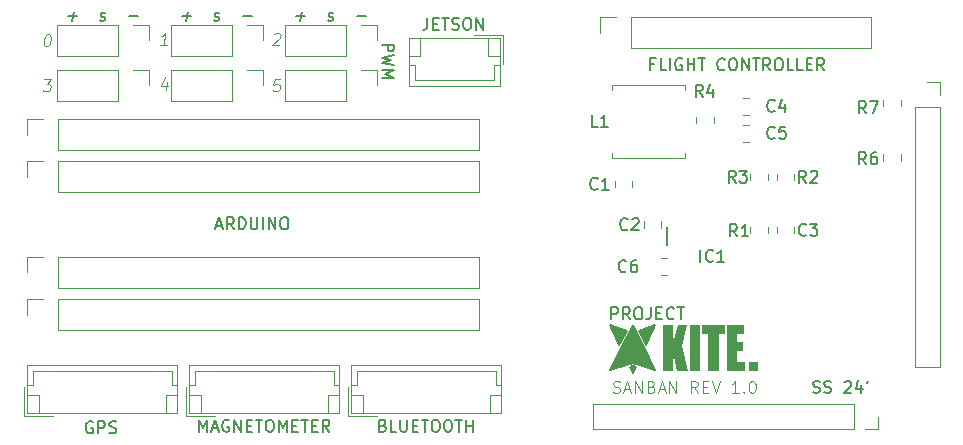
<source format=gbr>
%TF.GenerationSoftware,KiCad,Pcbnew,7.0.10*%
%TF.CreationDate,2024-02-12T04:38:07-05:00*%
%TF.ProjectId,SanBan,53616e42-616e-42e6-9b69-6361645f7063,rev?*%
%TF.SameCoordinates,Original*%
%TF.FileFunction,Legend,Top*%
%TF.FilePolarity,Positive*%
%FSLAX46Y46*%
G04 Gerber Fmt 4.6, Leading zero omitted, Abs format (unit mm)*
G04 Created by KiCad (PCBNEW 7.0.10) date 2024-02-12 04:38:07*
%MOMM*%
%LPD*%
G01*
G04 APERTURE LIST*
%ADD10C,0.150000*%
%ADD11C,0.200000*%
%ADD12C,0.125000*%
%ADD13C,0.120000*%
G04 APERTURE END LIST*
D10*
X178519160Y-96109200D02*
X178662017Y-96156819D01*
X178662017Y-96156819D02*
X178900112Y-96156819D01*
X178900112Y-96156819D02*
X178995350Y-96109200D01*
X178995350Y-96109200D02*
X179042969Y-96061580D01*
X179042969Y-96061580D02*
X179090588Y-95966342D01*
X179090588Y-95966342D02*
X179090588Y-95871104D01*
X179090588Y-95871104D02*
X179042969Y-95775866D01*
X179042969Y-95775866D02*
X178995350Y-95728247D01*
X178995350Y-95728247D02*
X178900112Y-95680628D01*
X178900112Y-95680628D02*
X178709636Y-95633009D01*
X178709636Y-95633009D02*
X178614398Y-95585390D01*
X178614398Y-95585390D02*
X178566779Y-95537771D01*
X178566779Y-95537771D02*
X178519160Y-95442533D01*
X178519160Y-95442533D02*
X178519160Y-95347295D01*
X178519160Y-95347295D02*
X178566779Y-95252057D01*
X178566779Y-95252057D02*
X178614398Y-95204438D01*
X178614398Y-95204438D02*
X178709636Y-95156819D01*
X178709636Y-95156819D02*
X178947731Y-95156819D01*
X178947731Y-95156819D02*
X179090588Y-95204438D01*
X179471541Y-96109200D02*
X179614398Y-96156819D01*
X179614398Y-96156819D02*
X179852493Y-96156819D01*
X179852493Y-96156819D02*
X179947731Y-96109200D01*
X179947731Y-96109200D02*
X179995350Y-96061580D01*
X179995350Y-96061580D02*
X180042969Y-95966342D01*
X180042969Y-95966342D02*
X180042969Y-95871104D01*
X180042969Y-95871104D02*
X179995350Y-95775866D01*
X179995350Y-95775866D02*
X179947731Y-95728247D01*
X179947731Y-95728247D02*
X179852493Y-95680628D01*
X179852493Y-95680628D02*
X179662017Y-95633009D01*
X179662017Y-95633009D02*
X179566779Y-95585390D01*
X179566779Y-95585390D02*
X179519160Y-95537771D01*
X179519160Y-95537771D02*
X179471541Y-95442533D01*
X179471541Y-95442533D02*
X179471541Y-95347295D01*
X179471541Y-95347295D02*
X179519160Y-95252057D01*
X179519160Y-95252057D02*
X179566779Y-95204438D01*
X179566779Y-95204438D02*
X179662017Y-95156819D01*
X179662017Y-95156819D02*
X179900112Y-95156819D01*
X179900112Y-95156819D02*
X180042969Y-95204438D01*
X181185827Y-95252057D02*
X181233446Y-95204438D01*
X181233446Y-95204438D02*
X181328684Y-95156819D01*
X181328684Y-95156819D02*
X181566779Y-95156819D01*
X181566779Y-95156819D02*
X181662017Y-95204438D01*
X181662017Y-95204438D02*
X181709636Y-95252057D01*
X181709636Y-95252057D02*
X181757255Y-95347295D01*
X181757255Y-95347295D02*
X181757255Y-95442533D01*
X181757255Y-95442533D02*
X181709636Y-95585390D01*
X181709636Y-95585390D02*
X181138208Y-96156819D01*
X181138208Y-96156819D02*
X181757255Y-96156819D01*
X182614398Y-95490152D02*
X182614398Y-96156819D01*
X182376303Y-95109200D02*
X182138208Y-95823485D01*
X182138208Y-95823485D02*
X182757255Y-95823485D01*
X183185827Y-95156819D02*
X183090589Y-95347295D01*
X134793445Y-64279866D02*
X135555350Y-64279866D01*
X135126779Y-64660819D02*
X135222017Y-63898914D01*
X137466065Y-64613200D02*
X137555350Y-64660819D01*
X137555350Y-64660819D02*
X137745827Y-64660819D01*
X137745827Y-64660819D02*
X137847017Y-64613200D01*
X137847017Y-64613200D02*
X137906541Y-64517961D01*
X137906541Y-64517961D02*
X137912493Y-64470342D01*
X137912493Y-64470342D02*
X137876779Y-64375104D01*
X137876779Y-64375104D02*
X137787493Y-64327485D01*
X137787493Y-64327485D02*
X137644636Y-64327485D01*
X137644636Y-64327485D02*
X137555350Y-64279866D01*
X137555350Y-64279866D02*
X137519636Y-64184628D01*
X137519636Y-64184628D02*
X137525589Y-64137009D01*
X137525589Y-64137009D02*
X137585112Y-64041771D01*
X137585112Y-64041771D02*
X137686303Y-63994152D01*
X137686303Y-63994152D02*
X137829160Y-63994152D01*
X137829160Y-63994152D02*
X137918446Y-64041771D01*
X139888684Y-64279866D02*
X140650589Y-64279866D01*
X125141445Y-64279866D02*
X125903350Y-64279866D01*
X125474779Y-64660819D02*
X125570017Y-63898914D01*
X127814065Y-64613200D02*
X127903350Y-64660819D01*
X127903350Y-64660819D02*
X128093827Y-64660819D01*
X128093827Y-64660819D02*
X128195017Y-64613200D01*
X128195017Y-64613200D02*
X128254541Y-64517961D01*
X128254541Y-64517961D02*
X128260493Y-64470342D01*
X128260493Y-64470342D02*
X128224779Y-64375104D01*
X128224779Y-64375104D02*
X128135493Y-64327485D01*
X128135493Y-64327485D02*
X127992636Y-64327485D01*
X127992636Y-64327485D02*
X127903350Y-64279866D01*
X127903350Y-64279866D02*
X127867636Y-64184628D01*
X127867636Y-64184628D02*
X127873589Y-64137009D01*
X127873589Y-64137009D02*
X127933112Y-64041771D01*
X127933112Y-64041771D02*
X128034303Y-63994152D01*
X128034303Y-63994152D02*
X128177160Y-63994152D01*
X128177160Y-63994152D02*
X128266446Y-64041771D01*
X130236684Y-64279866D02*
X130998589Y-64279866D01*
X115489445Y-64279866D02*
X116251350Y-64279866D01*
X115822779Y-64660819D02*
X115918017Y-63898914D01*
X118162065Y-64613200D02*
X118251350Y-64660819D01*
X118251350Y-64660819D02*
X118441827Y-64660819D01*
X118441827Y-64660819D02*
X118543017Y-64613200D01*
X118543017Y-64613200D02*
X118602541Y-64517961D01*
X118602541Y-64517961D02*
X118608493Y-64470342D01*
X118608493Y-64470342D02*
X118572779Y-64375104D01*
X118572779Y-64375104D02*
X118483493Y-64327485D01*
X118483493Y-64327485D02*
X118340636Y-64327485D01*
X118340636Y-64327485D02*
X118251350Y-64279866D01*
X118251350Y-64279866D02*
X118215636Y-64184628D01*
X118215636Y-64184628D02*
X118221589Y-64137009D01*
X118221589Y-64137009D02*
X118281112Y-64041771D01*
X118281112Y-64041771D02*
X118382303Y-63994152D01*
X118382303Y-63994152D02*
X118525160Y-63994152D01*
X118525160Y-63994152D02*
X118614446Y-64041771D01*
X120584684Y-64279866D02*
X121346589Y-64279866D01*
G36*
X173842801Y-93529055D02*
G01*
X173842801Y-94295001D01*
X173109339Y-94295001D01*
X173109339Y-93529055D01*
X173842801Y-93529055D01*
G37*
X164387000Y-92096000D02*
X163752000Y-90953000D01*
X165149000Y-90445000D01*
X164387000Y-92096000D01*
G36*
X164387000Y-92096000D02*
G01*
X163752000Y-90953000D01*
X165149000Y-90445000D01*
X164387000Y-92096000D01*
G37*
X163498000Y-94001000D02*
X163244000Y-94509000D01*
X162990000Y-94001000D01*
X163244000Y-93874000D01*
X163498000Y-94001000D01*
G36*
X163498000Y-94001000D02*
G01*
X163244000Y-94509000D01*
X162990000Y-94001000D01*
X163244000Y-93874000D01*
X163498000Y-94001000D01*
G37*
X162736000Y-90953000D02*
X162101000Y-92096000D01*
X161339000Y-90445000D01*
X162736000Y-90953000D01*
G36*
X162736000Y-90953000D02*
G01*
X162101000Y-92096000D01*
X161339000Y-90445000D01*
X162736000Y-90953000D01*
G37*
X165149000Y-94255000D02*
X163244000Y-93620000D01*
X161339000Y-94255000D01*
X163244000Y-90445000D01*
X165149000Y-94255000D01*
G36*
X165149000Y-94255000D02*
G01*
X163244000Y-93620000D01*
X161339000Y-94255000D01*
X163244000Y-90445000D01*
X165149000Y-94255000D01*
G37*
G36*
X167896951Y-90410562D02*
G01*
X167400161Y-92164714D01*
X167944578Y-94295001D01*
X167047718Y-94295001D01*
X166697474Y-92629753D01*
X166697474Y-94295001D01*
X165829923Y-94295001D01*
X165829923Y-90410562D01*
X166697474Y-90410562D01*
X166697474Y-91919372D01*
X167082889Y-90410562D01*
X167896951Y-90410562D01*
G37*
G36*
X168951347Y-90410562D02*
G01*
X168951347Y-94295001D01*
X168083796Y-94295001D01*
X168083796Y-90410562D01*
X168951347Y-90410562D01*
G37*
G36*
X171038891Y-90410562D02*
G01*
X171038891Y-91176508D01*
X170523782Y-91176508D01*
X170523782Y-94295001D01*
X169656232Y-94295001D01*
X169656232Y-91176508D01*
X169143322Y-91176508D01*
X169143322Y-90410562D01*
X171038891Y-90410562D01*
G37*
G36*
X171225736Y-90410562D02*
G01*
X172672875Y-90410562D01*
X172672875Y-91176508D01*
X172093287Y-91176508D01*
X172093287Y-91887743D01*
X172635506Y-91887743D01*
X172635506Y-92653689D01*
X172093287Y-92653689D01*
X172093287Y-93529055D01*
X172730028Y-93529055D01*
X172730028Y-94295001D01*
X171225736Y-94295001D01*
X171225736Y-90410562D01*
G37*
D11*
X161454673Y-89931219D02*
X161454673Y-88931219D01*
X161454673Y-88931219D02*
X161835625Y-88931219D01*
X161835625Y-88931219D02*
X161930863Y-88978838D01*
X161930863Y-88978838D02*
X161978482Y-89026457D01*
X161978482Y-89026457D02*
X162026101Y-89121695D01*
X162026101Y-89121695D02*
X162026101Y-89264552D01*
X162026101Y-89264552D02*
X161978482Y-89359790D01*
X161978482Y-89359790D02*
X161930863Y-89407409D01*
X161930863Y-89407409D02*
X161835625Y-89455028D01*
X161835625Y-89455028D02*
X161454673Y-89455028D01*
X163026101Y-89931219D02*
X162692768Y-89455028D01*
X162454673Y-89931219D02*
X162454673Y-88931219D01*
X162454673Y-88931219D02*
X162835625Y-88931219D01*
X162835625Y-88931219D02*
X162930863Y-88978838D01*
X162930863Y-88978838D02*
X162978482Y-89026457D01*
X162978482Y-89026457D02*
X163026101Y-89121695D01*
X163026101Y-89121695D02*
X163026101Y-89264552D01*
X163026101Y-89264552D02*
X162978482Y-89359790D01*
X162978482Y-89359790D02*
X162930863Y-89407409D01*
X162930863Y-89407409D02*
X162835625Y-89455028D01*
X162835625Y-89455028D02*
X162454673Y-89455028D01*
X163645149Y-88931219D02*
X163835625Y-88931219D01*
X163835625Y-88931219D02*
X163930863Y-88978838D01*
X163930863Y-88978838D02*
X164026101Y-89074076D01*
X164026101Y-89074076D02*
X164073720Y-89264552D01*
X164073720Y-89264552D02*
X164073720Y-89597885D01*
X164073720Y-89597885D02*
X164026101Y-89788361D01*
X164026101Y-89788361D02*
X163930863Y-89883600D01*
X163930863Y-89883600D02*
X163835625Y-89931219D01*
X163835625Y-89931219D02*
X163645149Y-89931219D01*
X163645149Y-89931219D02*
X163549911Y-89883600D01*
X163549911Y-89883600D02*
X163454673Y-89788361D01*
X163454673Y-89788361D02*
X163407054Y-89597885D01*
X163407054Y-89597885D02*
X163407054Y-89264552D01*
X163407054Y-89264552D02*
X163454673Y-89074076D01*
X163454673Y-89074076D02*
X163549911Y-88978838D01*
X163549911Y-88978838D02*
X163645149Y-88931219D01*
X164788006Y-88931219D02*
X164788006Y-89645504D01*
X164788006Y-89645504D02*
X164740387Y-89788361D01*
X164740387Y-89788361D02*
X164645149Y-89883600D01*
X164645149Y-89883600D02*
X164502292Y-89931219D01*
X164502292Y-89931219D02*
X164407054Y-89931219D01*
X165264197Y-89407409D02*
X165597530Y-89407409D01*
X165740387Y-89931219D02*
X165264197Y-89931219D01*
X165264197Y-89931219D02*
X165264197Y-88931219D01*
X165264197Y-88931219D02*
X165740387Y-88931219D01*
X166740387Y-89835980D02*
X166692768Y-89883600D01*
X166692768Y-89883600D02*
X166549911Y-89931219D01*
X166549911Y-89931219D02*
X166454673Y-89931219D01*
X166454673Y-89931219D02*
X166311816Y-89883600D01*
X166311816Y-89883600D02*
X166216578Y-89788361D01*
X166216578Y-89788361D02*
X166168959Y-89693123D01*
X166168959Y-89693123D02*
X166121340Y-89502647D01*
X166121340Y-89502647D02*
X166121340Y-89359790D01*
X166121340Y-89359790D02*
X166168959Y-89169314D01*
X166168959Y-89169314D02*
X166216578Y-89074076D01*
X166216578Y-89074076D02*
X166311816Y-88978838D01*
X166311816Y-88978838D02*
X166454673Y-88931219D01*
X166454673Y-88931219D02*
X166549911Y-88931219D01*
X166549911Y-88931219D02*
X166692768Y-88978838D01*
X166692768Y-88978838D02*
X166740387Y-89026457D01*
X167026102Y-88931219D02*
X167597530Y-88931219D01*
X167311816Y-89931219D02*
X167311816Y-88931219D01*
D12*
X161611712Y-96110500D02*
X161754569Y-96158119D01*
X161754569Y-96158119D02*
X161992664Y-96158119D01*
X161992664Y-96158119D02*
X162087902Y-96110500D01*
X162087902Y-96110500D02*
X162135521Y-96062880D01*
X162135521Y-96062880D02*
X162183140Y-95967642D01*
X162183140Y-95967642D02*
X162183140Y-95872404D01*
X162183140Y-95872404D02*
X162135521Y-95777166D01*
X162135521Y-95777166D02*
X162087902Y-95729547D01*
X162087902Y-95729547D02*
X161992664Y-95681928D01*
X161992664Y-95681928D02*
X161802188Y-95634309D01*
X161802188Y-95634309D02*
X161706950Y-95586690D01*
X161706950Y-95586690D02*
X161659331Y-95539071D01*
X161659331Y-95539071D02*
X161611712Y-95443833D01*
X161611712Y-95443833D02*
X161611712Y-95348595D01*
X161611712Y-95348595D02*
X161659331Y-95253357D01*
X161659331Y-95253357D02*
X161706950Y-95205738D01*
X161706950Y-95205738D02*
X161802188Y-95158119D01*
X161802188Y-95158119D02*
X162040283Y-95158119D01*
X162040283Y-95158119D02*
X162183140Y-95205738D01*
X162564093Y-95872404D02*
X163040283Y-95872404D01*
X162468855Y-96158119D02*
X162802188Y-95158119D01*
X162802188Y-95158119D02*
X163135521Y-96158119D01*
X163468855Y-96158119D02*
X163468855Y-95158119D01*
X163468855Y-95158119D02*
X164040283Y-96158119D01*
X164040283Y-96158119D02*
X164040283Y-95158119D01*
X164849807Y-95634309D02*
X164992664Y-95681928D01*
X164992664Y-95681928D02*
X165040283Y-95729547D01*
X165040283Y-95729547D02*
X165087902Y-95824785D01*
X165087902Y-95824785D02*
X165087902Y-95967642D01*
X165087902Y-95967642D02*
X165040283Y-96062880D01*
X165040283Y-96062880D02*
X164992664Y-96110500D01*
X164992664Y-96110500D02*
X164897426Y-96158119D01*
X164897426Y-96158119D02*
X164516474Y-96158119D01*
X164516474Y-96158119D02*
X164516474Y-95158119D01*
X164516474Y-95158119D02*
X164849807Y-95158119D01*
X164849807Y-95158119D02*
X164945045Y-95205738D01*
X164945045Y-95205738D02*
X164992664Y-95253357D01*
X164992664Y-95253357D02*
X165040283Y-95348595D01*
X165040283Y-95348595D02*
X165040283Y-95443833D01*
X165040283Y-95443833D02*
X164992664Y-95539071D01*
X164992664Y-95539071D02*
X164945045Y-95586690D01*
X164945045Y-95586690D02*
X164849807Y-95634309D01*
X164849807Y-95634309D02*
X164516474Y-95634309D01*
X165468855Y-95872404D02*
X165945045Y-95872404D01*
X165373617Y-96158119D02*
X165706950Y-95158119D01*
X165706950Y-95158119D02*
X166040283Y-96158119D01*
X166373617Y-96158119D02*
X166373617Y-95158119D01*
X166373617Y-95158119D02*
X166945045Y-96158119D01*
X166945045Y-96158119D02*
X166945045Y-95158119D01*
X168754569Y-96158119D02*
X168421236Y-95681928D01*
X168183141Y-96158119D02*
X168183141Y-95158119D01*
X168183141Y-95158119D02*
X168564093Y-95158119D01*
X168564093Y-95158119D02*
X168659331Y-95205738D01*
X168659331Y-95205738D02*
X168706950Y-95253357D01*
X168706950Y-95253357D02*
X168754569Y-95348595D01*
X168754569Y-95348595D02*
X168754569Y-95491452D01*
X168754569Y-95491452D02*
X168706950Y-95586690D01*
X168706950Y-95586690D02*
X168659331Y-95634309D01*
X168659331Y-95634309D02*
X168564093Y-95681928D01*
X168564093Y-95681928D02*
X168183141Y-95681928D01*
X169183141Y-95634309D02*
X169516474Y-95634309D01*
X169659331Y-96158119D02*
X169183141Y-96158119D01*
X169183141Y-96158119D02*
X169183141Y-95158119D01*
X169183141Y-95158119D02*
X169659331Y-95158119D01*
X169945046Y-95158119D02*
X170278379Y-96158119D01*
X170278379Y-96158119D02*
X170611712Y-95158119D01*
X172230760Y-96158119D02*
X171659332Y-96158119D01*
X171945046Y-96158119D02*
X171945046Y-95158119D01*
X171945046Y-95158119D02*
X171849808Y-95300976D01*
X171849808Y-95300976D02*
X171754570Y-95396214D01*
X171754570Y-95396214D02*
X171659332Y-95443833D01*
X172659332Y-96062880D02*
X172706951Y-96110500D01*
X172706951Y-96110500D02*
X172659332Y-96158119D01*
X172659332Y-96158119D02*
X172611713Y-96110500D01*
X172611713Y-96110500D02*
X172659332Y-96062880D01*
X172659332Y-96062880D02*
X172659332Y-96158119D01*
X173325998Y-95158119D02*
X173421236Y-95158119D01*
X173421236Y-95158119D02*
X173516474Y-95205738D01*
X173516474Y-95205738D02*
X173564093Y-95253357D01*
X173564093Y-95253357D02*
X173611712Y-95348595D01*
X173611712Y-95348595D02*
X173659331Y-95539071D01*
X173659331Y-95539071D02*
X173659331Y-95777166D01*
X173659331Y-95777166D02*
X173611712Y-95967642D01*
X173611712Y-95967642D02*
X173564093Y-96062880D01*
X173564093Y-96062880D02*
X173516474Y-96110500D01*
X173516474Y-96110500D02*
X173421236Y-96158119D01*
X173421236Y-96158119D02*
X173325998Y-96158119D01*
X173325998Y-96158119D02*
X173230760Y-96110500D01*
X173230760Y-96110500D02*
X173183141Y-96062880D01*
X173183141Y-96062880D02*
X173135522Y-95967642D01*
X173135522Y-95967642D02*
X173087903Y-95777166D01*
X173087903Y-95777166D02*
X173087903Y-95539071D01*
X173087903Y-95539071D02*
X173135522Y-95348595D01*
X173135522Y-95348595D02*
X173183141Y-95253357D01*
X173183141Y-95253357D02*
X173230760Y-95205738D01*
X173230760Y-95205738D02*
X173325998Y-95158119D01*
D11*
X165090006Y-68325409D02*
X164756673Y-68325409D01*
X164756673Y-68849219D02*
X164756673Y-67849219D01*
X164756673Y-67849219D02*
X165232863Y-67849219D01*
X166090006Y-68849219D02*
X165613816Y-68849219D01*
X165613816Y-68849219D02*
X165613816Y-67849219D01*
X166423340Y-68849219D02*
X166423340Y-67849219D01*
X167423339Y-67896838D02*
X167328101Y-67849219D01*
X167328101Y-67849219D02*
X167185244Y-67849219D01*
X167185244Y-67849219D02*
X167042387Y-67896838D01*
X167042387Y-67896838D02*
X166947149Y-67992076D01*
X166947149Y-67992076D02*
X166899530Y-68087314D01*
X166899530Y-68087314D02*
X166851911Y-68277790D01*
X166851911Y-68277790D02*
X166851911Y-68420647D01*
X166851911Y-68420647D02*
X166899530Y-68611123D01*
X166899530Y-68611123D02*
X166947149Y-68706361D01*
X166947149Y-68706361D02*
X167042387Y-68801600D01*
X167042387Y-68801600D02*
X167185244Y-68849219D01*
X167185244Y-68849219D02*
X167280482Y-68849219D01*
X167280482Y-68849219D02*
X167423339Y-68801600D01*
X167423339Y-68801600D02*
X167470958Y-68753980D01*
X167470958Y-68753980D02*
X167470958Y-68420647D01*
X167470958Y-68420647D02*
X167280482Y-68420647D01*
X167899530Y-68849219D02*
X167899530Y-67849219D01*
X167899530Y-68325409D02*
X168470958Y-68325409D01*
X168470958Y-68849219D02*
X168470958Y-67849219D01*
X168804292Y-67849219D02*
X169375720Y-67849219D01*
X169090006Y-68849219D02*
X169090006Y-67849219D01*
X171042387Y-68753980D02*
X170994768Y-68801600D01*
X170994768Y-68801600D02*
X170851911Y-68849219D01*
X170851911Y-68849219D02*
X170756673Y-68849219D01*
X170756673Y-68849219D02*
X170613816Y-68801600D01*
X170613816Y-68801600D02*
X170518578Y-68706361D01*
X170518578Y-68706361D02*
X170470959Y-68611123D01*
X170470959Y-68611123D02*
X170423340Y-68420647D01*
X170423340Y-68420647D02*
X170423340Y-68277790D01*
X170423340Y-68277790D02*
X170470959Y-68087314D01*
X170470959Y-68087314D02*
X170518578Y-67992076D01*
X170518578Y-67992076D02*
X170613816Y-67896838D01*
X170613816Y-67896838D02*
X170756673Y-67849219D01*
X170756673Y-67849219D02*
X170851911Y-67849219D01*
X170851911Y-67849219D02*
X170994768Y-67896838D01*
X170994768Y-67896838D02*
X171042387Y-67944457D01*
X171661435Y-67849219D02*
X171851911Y-67849219D01*
X171851911Y-67849219D02*
X171947149Y-67896838D01*
X171947149Y-67896838D02*
X172042387Y-67992076D01*
X172042387Y-67992076D02*
X172090006Y-68182552D01*
X172090006Y-68182552D02*
X172090006Y-68515885D01*
X172090006Y-68515885D02*
X172042387Y-68706361D01*
X172042387Y-68706361D02*
X171947149Y-68801600D01*
X171947149Y-68801600D02*
X171851911Y-68849219D01*
X171851911Y-68849219D02*
X171661435Y-68849219D01*
X171661435Y-68849219D02*
X171566197Y-68801600D01*
X171566197Y-68801600D02*
X171470959Y-68706361D01*
X171470959Y-68706361D02*
X171423340Y-68515885D01*
X171423340Y-68515885D02*
X171423340Y-68182552D01*
X171423340Y-68182552D02*
X171470959Y-67992076D01*
X171470959Y-67992076D02*
X171566197Y-67896838D01*
X171566197Y-67896838D02*
X171661435Y-67849219D01*
X172518578Y-68849219D02*
X172518578Y-67849219D01*
X172518578Y-67849219D02*
X173090006Y-68849219D01*
X173090006Y-68849219D02*
X173090006Y-67849219D01*
X173423340Y-67849219D02*
X173994768Y-67849219D01*
X173709054Y-68849219D02*
X173709054Y-67849219D01*
X174899530Y-68849219D02*
X174566197Y-68373028D01*
X174328102Y-68849219D02*
X174328102Y-67849219D01*
X174328102Y-67849219D02*
X174709054Y-67849219D01*
X174709054Y-67849219D02*
X174804292Y-67896838D01*
X174804292Y-67896838D02*
X174851911Y-67944457D01*
X174851911Y-67944457D02*
X174899530Y-68039695D01*
X174899530Y-68039695D02*
X174899530Y-68182552D01*
X174899530Y-68182552D02*
X174851911Y-68277790D01*
X174851911Y-68277790D02*
X174804292Y-68325409D01*
X174804292Y-68325409D02*
X174709054Y-68373028D01*
X174709054Y-68373028D02*
X174328102Y-68373028D01*
X175518578Y-67849219D02*
X175709054Y-67849219D01*
X175709054Y-67849219D02*
X175804292Y-67896838D01*
X175804292Y-67896838D02*
X175899530Y-67992076D01*
X175899530Y-67992076D02*
X175947149Y-68182552D01*
X175947149Y-68182552D02*
X175947149Y-68515885D01*
X175947149Y-68515885D02*
X175899530Y-68706361D01*
X175899530Y-68706361D02*
X175804292Y-68801600D01*
X175804292Y-68801600D02*
X175709054Y-68849219D01*
X175709054Y-68849219D02*
X175518578Y-68849219D01*
X175518578Y-68849219D02*
X175423340Y-68801600D01*
X175423340Y-68801600D02*
X175328102Y-68706361D01*
X175328102Y-68706361D02*
X175280483Y-68515885D01*
X175280483Y-68515885D02*
X175280483Y-68182552D01*
X175280483Y-68182552D02*
X175328102Y-67992076D01*
X175328102Y-67992076D02*
X175423340Y-67896838D01*
X175423340Y-67896838D02*
X175518578Y-67849219D01*
X176851911Y-68849219D02*
X176375721Y-68849219D01*
X176375721Y-68849219D02*
X176375721Y-67849219D01*
X177661435Y-68849219D02*
X177185245Y-68849219D01*
X177185245Y-68849219D02*
X177185245Y-67849219D01*
X177994769Y-68325409D02*
X178328102Y-68325409D01*
X178470959Y-68849219D02*
X177994769Y-68849219D01*
X177994769Y-68849219D02*
X177994769Y-67849219D01*
X177994769Y-67849219D02*
X178470959Y-67849219D01*
X179470959Y-68849219D02*
X179137626Y-68373028D01*
X178899531Y-68849219D02*
X178899531Y-67849219D01*
X178899531Y-67849219D02*
X179280483Y-67849219D01*
X179280483Y-67849219D02*
X179375721Y-67896838D01*
X179375721Y-67896838D02*
X179423340Y-67944457D01*
X179423340Y-67944457D02*
X179470959Y-68039695D01*
X179470959Y-68039695D02*
X179470959Y-68182552D01*
X179470959Y-68182552D02*
X179423340Y-68277790D01*
X179423340Y-68277790D02*
X179375721Y-68325409D01*
X179375721Y-68325409D02*
X179280483Y-68373028D01*
X179280483Y-68373028D02*
X178899531Y-68373028D01*
X128006054Y-82025504D02*
X128482244Y-82025504D01*
X127910816Y-82311219D02*
X128244149Y-81311219D01*
X128244149Y-81311219D02*
X128577482Y-82311219D01*
X129482244Y-82311219D02*
X129148911Y-81835028D01*
X128910816Y-82311219D02*
X128910816Y-81311219D01*
X128910816Y-81311219D02*
X129291768Y-81311219D01*
X129291768Y-81311219D02*
X129387006Y-81358838D01*
X129387006Y-81358838D02*
X129434625Y-81406457D01*
X129434625Y-81406457D02*
X129482244Y-81501695D01*
X129482244Y-81501695D02*
X129482244Y-81644552D01*
X129482244Y-81644552D02*
X129434625Y-81739790D01*
X129434625Y-81739790D02*
X129387006Y-81787409D01*
X129387006Y-81787409D02*
X129291768Y-81835028D01*
X129291768Y-81835028D02*
X128910816Y-81835028D01*
X129910816Y-82311219D02*
X129910816Y-81311219D01*
X129910816Y-81311219D02*
X130148911Y-81311219D01*
X130148911Y-81311219D02*
X130291768Y-81358838D01*
X130291768Y-81358838D02*
X130387006Y-81454076D01*
X130387006Y-81454076D02*
X130434625Y-81549314D01*
X130434625Y-81549314D02*
X130482244Y-81739790D01*
X130482244Y-81739790D02*
X130482244Y-81882647D01*
X130482244Y-81882647D02*
X130434625Y-82073123D01*
X130434625Y-82073123D02*
X130387006Y-82168361D01*
X130387006Y-82168361D02*
X130291768Y-82263600D01*
X130291768Y-82263600D02*
X130148911Y-82311219D01*
X130148911Y-82311219D02*
X129910816Y-82311219D01*
X130910816Y-81311219D02*
X130910816Y-82120742D01*
X130910816Y-82120742D02*
X130958435Y-82215980D01*
X130958435Y-82215980D02*
X131006054Y-82263600D01*
X131006054Y-82263600D02*
X131101292Y-82311219D01*
X131101292Y-82311219D02*
X131291768Y-82311219D01*
X131291768Y-82311219D02*
X131387006Y-82263600D01*
X131387006Y-82263600D02*
X131434625Y-82215980D01*
X131434625Y-82215980D02*
X131482244Y-82120742D01*
X131482244Y-82120742D02*
X131482244Y-81311219D01*
X131958435Y-82311219D02*
X131958435Y-81311219D01*
X132434625Y-82311219D02*
X132434625Y-81311219D01*
X132434625Y-81311219D02*
X133006053Y-82311219D01*
X133006053Y-82311219D02*
X133006053Y-81311219D01*
X133672720Y-81311219D02*
X133863196Y-81311219D01*
X133863196Y-81311219D02*
X133958434Y-81358838D01*
X133958434Y-81358838D02*
X134053672Y-81454076D01*
X134053672Y-81454076D02*
X134101291Y-81644552D01*
X134101291Y-81644552D02*
X134101291Y-81977885D01*
X134101291Y-81977885D02*
X134053672Y-82168361D01*
X134053672Y-82168361D02*
X133958434Y-82263600D01*
X133958434Y-82263600D02*
X133863196Y-82311219D01*
X133863196Y-82311219D02*
X133672720Y-82311219D01*
X133672720Y-82311219D02*
X133577482Y-82263600D01*
X133577482Y-82263600D02*
X133482244Y-82168361D01*
X133482244Y-82168361D02*
X133434625Y-81977885D01*
X133434625Y-81977885D02*
X133434625Y-81644552D01*
X133434625Y-81644552D02*
X133482244Y-81454076D01*
X133482244Y-81454076D02*
X133577482Y-81358838D01*
X133577482Y-81358838D02*
X133672720Y-81311219D01*
X142103006Y-98932409D02*
X142245863Y-98980028D01*
X142245863Y-98980028D02*
X142293482Y-99027647D01*
X142293482Y-99027647D02*
X142341101Y-99122885D01*
X142341101Y-99122885D02*
X142341101Y-99265742D01*
X142341101Y-99265742D02*
X142293482Y-99360980D01*
X142293482Y-99360980D02*
X142245863Y-99408600D01*
X142245863Y-99408600D02*
X142150625Y-99456219D01*
X142150625Y-99456219D02*
X141769673Y-99456219D01*
X141769673Y-99456219D02*
X141769673Y-98456219D01*
X141769673Y-98456219D02*
X142103006Y-98456219D01*
X142103006Y-98456219D02*
X142198244Y-98503838D01*
X142198244Y-98503838D02*
X142245863Y-98551457D01*
X142245863Y-98551457D02*
X142293482Y-98646695D01*
X142293482Y-98646695D02*
X142293482Y-98741933D01*
X142293482Y-98741933D02*
X142245863Y-98837171D01*
X142245863Y-98837171D02*
X142198244Y-98884790D01*
X142198244Y-98884790D02*
X142103006Y-98932409D01*
X142103006Y-98932409D02*
X141769673Y-98932409D01*
X143245863Y-99456219D02*
X142769673Y-99456219D01*
X142769673Y-99456219D02*
X142769673Y-98456219D01*
X143579197Y-98456219D02*
X143579197Y-99265742D01*
X143579197Y-99265742D02*
X143626816Y-99360980D01*
X143626816Y-99360980D02*
X143674435Y-99408600D01*
X143674435Y-99408600D02*
X143769673Y-99456219D01*
X143769673Y-99456219D02*
X143960149Y-99456219D01*
X143960149Y-99456219D02*
X144055387Y-99408600D01*
X144055387Y-99408600D02*
X144103006Y-99360980D01*
X144103006Y-99360980D02*
X144150625Y-99265742D01*
X144150625Y-99265742D02*
X144150625Y-98456219D01*
X144626816Y-98932409D02*
X144960149Y-98932409D01*
X145103006Y-99456219D02*
X144626816Y-99456219D01*
X144626816Y-99456219D02*
X144626816Y-98456219D01*
X144626816Y-98456219D02*
X145103006Y-98456219D01*
X145388721Y-98456219D02*
X145960149Y-98456219D01*
X145674435Y-99456219D02*
X145674435Y-98456219D01*
X146483959Y-98456219D02*
X146674435Y-98456219D01*
X146674435Y-98456219D02*
X146769673Y-98503838D01*
X146769673Y-98503838D02*
X146864911Y-98599076D01*
X146864911Y-98599076D02*
X146912530Y-98789552D01*
X146912530Y-98789552D02*
X146912530Y-99122885D01*
X146912530Y-99122885D02*
X146864911Y-99313361D01*
X146864911Y-99313361D02*
X146769673Y-99408600D01*
X146769673Y-99408600D02*
X146674435Y-99456219D01*
X146674435Y-99456219D02*
X146483959Y-99456219D01*
X146483959Y-99456219D02*
X146388721Y-99408600D01*
X146388721Y-99408600D02*
X146293483Y-99313361D01*
X146293483Y-99313361D02*
X146245864Y-99122885D01*
X146245864Y-99122885D02*
X146245864Y-98789552D01*
X146245864Y-98789552D02*
X146293483Y-98599076D01*
X146293483Y-98599076D02*
X146388721Y-98503838D01*
X146388721Y-98503838D02*
X146483959Y-98456219D01*
X147531578Y-98456219D02*
X147722054Y-98456219D01*
X147722054Y-98456219D02*
X147817292Y-98503838D01*
X147817292Y-98503838D02*
X147912530Y-98599076D01*
X147912530Y-98599076D02*
X147960149Y-98789552D01*
X147960149Y-98789552D02*
X147960149Y-99122885D01*
X147960149Y-99122885D02*
X147912530Y-99313361D01*
X147912530Y-99313361D02*
X147817292Y-99408600D01*
X147817292Y-99408600D02*
X147722054Y-99456219D01*
X147722054Y-99456219D02*
X147531578Y-99456219D01*
X147531578Y-99456219D02*
X147436340Y-99408600D01*
X147436340Y-99408600D02*
X147341102Y-99313361D01*
X147341102Y-99313361D02*
X147293483Y-99122885D01*
X147293483Y-99122885D02*
X147293483Y-98789552D01*
X147293483Y-98789552D02*
X147341102Y-98599076D01*
X147341102Y-98599076D02*
X147436340Y-98503838D01*
X147436340Y-98503838D02*
X147531578Y-98456219D01*
X148245864Y-98456219D02*
X148817292Y-98456219D01*
X148531578Y-99456219D02*
X148531578Y-98456219D01*
X149150626Y-99456219D02*
X149150626Y-98456219D01*
X149150626Y-98932409D02*
X149722054Y-98932409D01*
X149722054Y-99456219D02*
X149722054Y-98456219D01*
X126529673Y-99456219D02*
X126529673Y-98456219D01*
X126529673Y-98456219D02*
X126863006Y-99170504D01*
X126863006Y-99170504D02*
X127196339Y-98456219D01*
X127196339Y-98456219D02*
X127196339Y-99456219D01*
X127624911Y-99170504D02*
X128101101Y-99170504D01*
X127529673Y-99456219D02*
X127863006Y-98456219D01*
X127863006Y-98456219D02*
X128196339Y-99456219D01*
X129053482Y-98503838D02*
X128958244Y-98456219D01*
X128958244Y-98456219D02*
X128815387Y-98456219D01*
X128815387Y-98456219D02*
X128672530Y-98503838D01*
X128672530Y-98503838D02*
X128577292Y-98599076D01*
X128577292Y-98599076D02*
X128529673Y-98694314D01*
X128529673Y-98694314D02*
X128482054Y-98884790D01*
X128482054Y-98884790D02*
X128482054Y-99027647D01*
X128482054Y-99027647D02*
X128529673Y-99218123D01*
X128529673Y-99218123D02*
X128577292Y-99313361D01*
X128577292Y-99313361D02*
X128672530Y-99408600D01*
X128672530Y-99408600D02*
X128815387Y-99456219D01*
X128815387Y-99456219D02*
X128910625Y-99456219D01*
X128910625Y-99456219D02*
X129053482Y-99408600D01*
X129053482Y-99408600D02*
X129101101Y-99360980D01*
X129101101Y-99360980D02*
X129101101Y-99027647D01*
X129101101Y-99027647D02*
X128910625Y-99027647D01*
X129529673Y-99456219D02*
X129529673Y-98456219D01*
X129529673Y-98456219D02*
X130101101Y-99456219D01*
X130101101Y-99456219D02*
X130101101Y-98456219D01*
X130577292Y-98932409D02*
X130910625Y-98932409D01*
X131053482Y-99456219D02*
X130577292Y-99456219D01*
X130577292Y-99456219D02*
X130577292Y-98456219D01*
X130577292Y-98456219D02*
X131053482Y-98456219D01*
X131339197Y-98456219D02*
X131910625Y-98456219D01*
X131624911Y-99456219D02*
X131624911Y-98456219D01*
X132434435Y-98456219D02*
X132624911Y-98456219D01*
X132624911Y-98456219D02*
X132720149Y-98503838D01*
X132720149Y-98503838D02*
X132815387Y-98599076D01*
X132815387Y-98599076D02*
X132863006Y-98789552D01*
X132863006Y-98789552D02*
X132863006Y-99122885D01*
X132863006Y-99122885D02*
X132815387Y-99313361D01*
X132815387Y-99313361D02*
X132720149Y-99408600D01*
X132720149Y-99408600D02*
X132624911Y-99456219D01*
X132624911Y-99456219D02*
X132434435Y-99456219D01*
X132434435Y-99456219D02*
X132339197Y-99408600D01*
X132339197Y-99408600D02*
X132243959Y-99313361D01*
X132243959Y-99313361D02*
X132196340Y-99122885D01*
X132196340Y-99122885D02*
X132196340Y-98789552D01*
X132196340Y-98789552D02*
X132243959Y-98599076D01*
X132243959Y-98599076D02*
X132339197Y-98503838D01*
X132339197Y-98503838D02*
X132434435Y-98456219D01*
X133291578Y-99456219D02*
X133291578Y-98456219D01*
X133291578Y-98456219D02*
X133624911Y-99170504D01*
X133624911Y-99170504D02*
X133958244Y-98456219D01*
X133958244Y-98456219D02*
X133958244Y-99456219D01*
X134434435Y-98932409D02*
X134767768Y-98932409D01*
X134910625Y-99456219D02*
X134434435Y-99456219D01*
X134434435Y-99456219D02*
X134434435Y-98456219D01*
X134434435Y-98456219D02*
X134910625Y-98456219D01*
X135196340Y-98456219D02*
X135767768Y-98456219D01*
X135482054Y-99456219D02*
X135482054Y-98456219D01*
X136101102Y-98932409D02*
X136434435Y-98932409D01*
X136577292Y-99456219D02*
X136101102Y-99456219D01*
X136101102Y-99456219D02*
X136101102Y-98456219D01*
X136101102Y-98456219D02*
X136577292Y-98456219D01*
X137577292Y-99456219D02*
X137243959Y-98980028D01*
X137005864Y-99456219D02*
X137005864Y-98456219D01*
X137005864Y-98456219D02*
X137386816Y-98456219D01*
X137386816Y-98456219D02*
X137482054Y-98503838D01*
X137482054Y-98503838D02*
X137529673Y-98551457D01*
X137529673Y-98551457D02*
X137577292Y-98646695D01*
X137577292Y-98646695D02*
X137577292Y-98789552D01*
X137577292Y-98789552D02*
X137529673Y-98884790D01*
X137529673Y-98884790D02*
X137482054Y-98932409D01*
X137482054Y-98932409D02*
X137386816Y-98980028D01*
X137386816Y-98980028D02*
X137005864Y-98980028D01*
X117528482Y-98630838D02*
X117433244Y-98583219D01*
X117433244Y-98583219D02*
X117290387Y-98583219D01*
X117290387Y-98583219D02*
X117147530Y-98630838D01*
X117147530Y-98630838D02*
X117052292Y-98726076D01*
X117052292Y-98726076D02*
X117004673Y-98821314D01*
X117004673Y-98821314D02*
X116957054Y-99011790D01*
X116957054Y-99011790D02*
X116957054Y-99154647D01*
X116957054Y-99154647D02*
X117004673Y-99345123D01*
X117004673Y-99345123D02*
X117052292Y-99440361D01*
X117052292Y-99440361D02*
X117147530Y-99535600D01*
X117147530Y-99535600D02*
X117290387Y-99583219D01*
X117290387Y-99583219D02*
X117385625Y-99583219D01*
X117385625Y-99583219D02*
X117528482Y-99535600D01*
X117528482Y-99535600D02*
X117576101Y-99487980D01*
X117576101Y-99487980D02*
X117576101Y-99154647D01*
X117576101Y-99154647D02*
X117385625Y-99154647D01*
X118004673Y-99583219D02*
X118004673Y-98583219D01*
X118004673Y-98583219D02*
X118385625Y-98583219D01*
X118385625Y-98583219D02*
X118480863Y-98630838D01*
X118480863Y-98630838D02*
X118528482Y-98678457D01*
X118528482Y-98678457D02*
X118576101Y-98773695D01*
X118576101Y-98773695D02*
X118576101Y-98916552D01*
X118576101Y-98916552D02*
X118528482Y-99011790D01*
X118528482Y-99011790D02*
X118480863Y-99059409D01*
X118480863Y-99059409D02*
X118385625Y-99107028D01*
X118385625Y-99107028D02*
X118004673Y-99107028D01*
X118957054Y-99535600D02*
X119099911Y-99583219D01*
X119099911Y-99583219D02*
X119338006Y-99583219D01*
X119338006Y-99583219D02*
X119433244Y-99535600D01*
X119433244Y-99535600D02*
X119480863Y-99487980D01*
X119480863Y-99487980D02*
X119528482Y-99392742D01*
X119528482Y-99392742D02*
X119528482Y-99297504D01*
X119528482Y-99297504D02*
X119480863Y-99202266D01*
X119480863Y-99202266D02*
X119433244Y-99154647D01*
X119433244Y-99154647D02*
X119338006Y-99107028D01*
X119338006Y-99107028D02*
X119147530Y-99059409D01*
X119147530Y-99059409D02*
X119052292Y-99011790D01*
X119052292Y-99011790D02*
X119004673Y-98964171D01*
X119004673Y-98964171D02*
X118957054Y-98868933D01*
X118957054Y-98868933D02*
X118957054Y-98773695D01*
X118957054Y-98773695D02*
X119004673Y-98678457D01*
X119004673Y-98678457D02*
X119052292Y-98630838D01*
X119052292Y-98630838D02*
X119147530Y-98583219D01*
X119147530Y-98583219D02*
X119385625Y-98583219D01*
X119385625Y-98583219D02*
X119528482Y-98630838D01*
X145865387Y-64420219D02*
X145865387Y-65134504D01*
X145865387Y-65134504D02*
X145817768Y-65277361D01*
X145817768Y-65277361D02*
X145722530Y-65372600D01*
X145722530Y-65372600D02*
X145579673Y-65420219D01*
X145579673Y-65420219D02*
X145484435Y-65420219D01*
X146341578Y-64896409D02*
X146674911Y-64896409D01*
X146817768Y-65420219D02*
X146341578Y-65420219D01*
X146341578Y-65420219D02*
X146341578Y-64420219D01*
X146341578Y-64420219D02*
X146817768Y-64420219D01*
X147103483Y-64420219D02*
X147674911Y-64420219D01*
X147389197Y-65420219D02*
X147389197Y-64420219D01*
X147960626Y-65372600D02*
X148103483Y-65420219D01*
X148103483Y-65420219D02*
X148341578Y-65420219D01*
X148341578Y-65420219D02*
X148436816Y-65372600D01*
X148436816Y-65372600D02*
X148484435Y-65324980D01*
X148484435Y-65324980D02*
X148532054Y-65229742D01*
X148532054Y-65229742D02*
X148532054Y-65134504D01*
X148532054Y-65134504D02*
X148484435Y-65039266D01*
X148484435Y-65039266D02*
X148436816Y-64991647D01*
X148436816Y-64991647D02*
X148341578Y-64944028D01*
X148341578Y-64944028D02*
X148151102Y-64896409D01*
X148151102Y-64896409D02*
X148055864Y-64848790D01*
X148055864Y-64848790D02*
X148008245Y-64801171D01*
X148008245Y-64801171D02*
X147960626Y-64705933D01*
X147960626Y-64705933D02*
X147960626Y-64610695D01*
X147960626Y-64610695D02*
X148008245Y-64515457D01*
X148008245Y-64515457D02*
X148055864Y-64467838D01*
X148055864Y-64467838D02*
X148151102Y-64420219D01*
X148151102Y-64420219D02*
X148389197Y-64420219D01*
X148389197Y-64420219D02*
X148532054Y-64467838D01*
X149151102Y-64420219D02*
X149341578Y-64420219D01*
X149341578Y-64420219D02*
X149436816Y-64467838D01*
X149436816Y-64467838D02*
X149532054Y-64563076D01*
X149532054Y-64563076D02*
X149579673Y-64753552D01*
X149579673Y-64753552D02*
X149579673Y-65086885D01*
X149579673Y-65086885D02*
X149532054Y-65277361D01*
X149532054Y-65277361D02*
X149436816Y-65372600D01*
X149436816Y-65372600D02*
X149341578Y-65420219D01*
X149341578Y-65420219D02*
X149151102Y-65420219D01*
X149151102Y-65420219D02*
X149055864Y-65372600D01*
X149055864Y-65372600D02*
X148960626Y-65277361D01*
X148960626Y-65277361D02*
X148913007Y-65086885D01*
X148913007Y-65086885D02*
X148913007Y-64753552D01*
X148913007Y-64753552D02*
X148960626Y-64563076D01*
X148960626Y-64563076D02*
X149055864Y-64467838D01*
X149055864Y-64467838D02*
X149151102Y-64420219D01*
X150008245Y-65420219D02*
X150008245Y-64420219D01*
X150008245Y-64420219D02*
X150579673Y-65420219D01*
X150579673Y-65420219D02*
X150579673Y-64420219D01*
D12*
X113708855Y-65821119D02*
X113804093Y-65821119D01*
X113804093Y-65821119D02*
X113893378Y-65868738D01*
X113893378Y-65868738D02*
X113935045Y-65916357D01*
X113935045Y-65916357D02*
X113970759Y-66011595D01*
X113970759Y-66011595D02*
X113994569Y-66202071D01*
X113994569Y-66202071D02*
X113964807Y-66440166D01*
X113964807Y-66440166D02*
X113893378Y-66630642D01*
X113893378Y-66630642D02*
X113833855Y-66725880D01*
X113833855Y-66725880D02*
X113780283Y-66773500D01*
X113780283Y-66773500D02*
X113679093Y-66821119D01*
X113679093Y-66821119D02*
X113583855Y-66821119D01*
X113583855Y-66821119D02*
X113494569Y-66773500D01*
X113494569Y-66773500D02*
X113452902Y-66725880D01*
X113452902Y-66725880D02*
X113417188Y-66630642D01*
X113417188Y-66630642D02*
X113393378Y-66440166D01*
X113393378Y-66440166D02*
X113423140Y-66202071D01*
X113423140Y-66202071D02*
X113494569Y-66011595D01*
X113494569Y-66011595D02*
X113554093Y-65916357D01*
X113554093Y-65916357D02*
X113607664Y-65868738D01*
X113607664Y-65868738D02*
X113708855Y-65821119D01*
X113423140Y-69631119D02*
X114042188Y-69631119D01*
X114042188Y-69631119D02*
X113661236Y-70012071D01*
X113661236Y-70012071D02*
X113804093Y-70012071D01*
X113804093Y-70012071D02*
X113893378Y-70059690D01*
X113893378Y-70059690D02*
X113935045Y-70107309D01*
X113935045Y-70107309D02*
X113970759Y-70202547D01*
X113970759Y-70202547D02*
X113940997Y-70440642D01*
X113940997Y-70440642D02*
X113881474Y-70535880D01*
X113881474Y-70535880D02*
X113827902Y-70583500D01*
X113827902Y-70583500D02*
X113726712Y-70631119D01*
X113726712Y-70631119D02*
X113440997Y-70631119D01*
X113440997Y-70631119D02*
X113351712Y-70583500D01*
X113351712Y-70583500D02*
X113310045Y-70535880D01*
X123823188Y-66694119D02*
X123251759Y-66694119D01*
X123537474Y-66694119D02*
X123662474Y-65694119D01*
X123662474Y-65694119D02*
X123549378Y-65836976D01*
X123549378Y-65836976D02*
X123442236Y-65932214D01*
X123442236Y-65932214D02*
X123341045Y-65979833D01*
X123811283Y-69837452D02*
X123727950Y-70504119D01*
X123620807Y-69456500D02*
X123293426Y-70170785D01*
X123293426Y-70170785D02*
X123912474Y-70170785D01*
X133425569Y-69631119D02*
X132949378Y-69631119D01*
X132949378Y-69631119D02*
X132842236Y-70107309D01*
X132842236Y-70107309D02*
X132895807Y-70059690D01*
X132895807Y-70059690D02*
X132996997Y-70012071D01*
X132996997Y-70012071D02*
X133235093Y-70012071D01*
X133235093Y-70012071D02*
X133324378Y-70059690D01*
X133324378Y-70059690D02*
X133366045Y-70107309D01*
X133366045Y-70107309D02*
X133401759Y-70202547D01*
X133401759Y-70202547D02*
X133371997Y-70440642D01*
X133371997Y-70440642D02*
X133312474Y-70535880D01*
X133312474Y-70535880D02*
X133258902Y-70583500D01*
X133258902Y-70583500D02*
X133157712Y-70631119D01*
X133157712Y-70631119D02*
X132919616Y-70631119D01*
X132919616Y-70631119D02*
X132830331Y-70583500D01*
X132830331Y-70583500D02*
X132788664Y-70535880D01*
X132889855Y-65789357D02*
X132943426Y-65741738D01*
X132943426Y-65741738D02*
X133044616Y-65694119D01*
X133044616Y-65694119D02*
X133282712Y-65694119D01*
X133282712Y-65694119D02*
X133371997Y-65741738D01*
X133371997Y-65741738D02*
X133413664Y-65789357D01*
X133413664Y-65789357D02*
X133449378Y-65884595D01*
X133449378Y-65884595D02*
X133437474Y-65979833D01*
X133437474Y-65979833D02*
X133371997Y-66122690D01*
X133371997Y-66122690D02*
X132729140Y-66694119D01*
X132729140Y-66694119D02*
X133348188Y-66694119D01*
D11*
X142040780Y-66684673D02*
X143040780Y-66684673D01*
X143040780Y-66684673D02*
X143040780Y-67065625D01*
X143040780Y-67065625D02*
X142993161Y-67160863D01*
X142993161Y-67160863D02*
X142945542Y-67208482D01*
X142945542Y-67208482D02*
X142850304Y-67256101D01*
X142850304Y-67256101D02*
X142707447Y-67256101D01*
X142707447Y-67256101D02*
X142612209Y-67208482D01*
X142612209Y-67208482D02*
X142564590Y-67160863D01*
X142564590Y-67160863D02*
X142516971Y-67065625D01*
X142516971Y-67065625D02*
X142516971Y-66684673D01*
X143040780Y-67589435D02*
X142040780Y-67827530D01*
X142040780Y-67827530D02*
X142755066Y-68018006D01*
X142755066Y-68018006D02*
X142040780Y-68208482D01*
X142040780Y-68208482D02*
X143040780Y-68446578D01*
X142040780Y-68827530D02*
X143040780Y-68827530D01*
X143040780Y-68827530D02*
X142326495Y-69160863D01*
X142326495Y-69160863D02*
X143040780Y-69494196D01*
X143040780Y-69494196D02*
X142040780Y-69494196D01*
D10*
X168998810Y-85057819D02*
X168998810Y-84057819D01*
X170046428Y-84962580D02*
X169998809Y-85010200D01*
X169998809Y-85010200D02*
X169855952Y-85057819D01*
X169855952Y-85057819D02*
X169760714Y-85057819D01*
X169760714Y-85057819D02*
X169617857Y-85010200D01*
X169617857Y-85010200D02*
X169522619Y-84914961D01*
X169522619Y-84914961D02*
X169475000Y-84819723D01*
X169475000Y-84819723D02*
X169427381Y-84629247D01*
X169427381Y-84629247D02*
X169427381Y-84486390D01*
X169427381Y-84486390D02*
X169475000Y-84295914D01*
X169475000Y-84295914D02*
X169522619Y-84200676D01*
X169522619Y-84200676D02*
X169617857Y-84105438D01*
X169617857Y-84105438D02*
X169760714Y-84057819D01*
X169760714Y-84057819D02*
X169855952Y-84057819D01*
X169855952Y-84057819D02*
X169998809Y-84105438D01*
X169998809Y-84105438D02*
X170046428Y-84153057D01*
X170998809Y-85057819D02*
X170427381Y-85057819D01*
X170713095Y-85057819D02*
X170713095Y-84057819D01*
X170713095Y-84057819D02*
X170617857Y-84200676D01*
X170617857Y-84200676D02*
X170522619Y-84295914D01*
X170522619Y-84295914D02*
X170427381Y-84343533D01*
X172094333Y-82898819D02*
X171761000Y-82422628D01*
X171522905Y-82898819D02*
X171522905Y-81898819D01*
X171522905Y-81898819D02*
X171903857Y-81898819D01*
X171903857Y-81898819D02*
X171999095Y-81946438D01*
X171999095Y-81946438D02*
X172046714Y-81994057D01*
X172046714Y-81994057D02*
X172094333Y-82089295D01*
X172094333Y-82089295D02*
X172094333Y-82232152D01*
X172094333Y-82232152D02*
X172046714Y-82327390D01*
X172046714Y-82327390D02*
X171999095Y-82375009D01*
X171999095Y-82375009D02*
X171903857Y-82422628D01*
X171903857Y-82422628D02*
X171522905Y-82422628D01*
X173046714Y-82898819D02*
X172475286Y-82898819D01*
X172761000Y-82898819D02*
X172761000Y-81898819D01*
X172761000Y-81898819D02*
X172665762Y-82041676D01*
X172665762Y-82041676D02*
X172570524Y-82136914D01*
X172570524Y-82136914D02*
X172475286Y-82184533D01*
X175269333Y-72262580D02*
X175221714Y-72310200D01*
X175221714Y-72310200D02*
X175078857Y-72357819D01*
X175078857Y-72357819D02*
X174983619Y-72357819D01*
X174983619Y-72357819D02*
X174840762Y-72310200D01*
X174840762Y-72310200D02*
X174745524Y-72214961D01*
X174745524Y-72214961D02*
X174697905Y-72119723D01*
X174697905Y-72119723D02*
X174650286Y-71929247D01*
X174650286Y-71929247D02*
X174650286Y-71786390D01*
X174650286Y-71786390D02*
X174697905Y-71595914D01*
X174697905Y-71595914D02*
X174745524Y-71500676D01*
X174745524Y-71500676D02*
X174840762Y-71405438D01*
X174840762Y-71405438D02*
X174983619Y-71357819D01*
X174983619Y-71357819D02*
X175078857Y-71357819D01*
X175078857Y-71357819D02*
X175221714Y-71405438D01*
X175221714Y-71405438D02*
X175269333Y-71453057D01*
X176126476Y-71691152D02*
X176126476Y-72357819D01*
X175888381Y-71310200D02*
X175650286Y-72024485D01*
X175650286Y-72024485D02*
X176269333Y-72024485D01*
X183016333Y-76802819D02*
X182683000Y-76326628D01*
X182444905Y-76802819D02*
X182444905Y-75802819D01*
X182444905Y-75802819D02*
X182825857Y-75802819D01*
X182825857Y-75802819D02*
X182921095Y-75850438D01*
X182921095Y-75850438D02*
X182968714Y-75898057D01*
X182968714Y-75898057D02*
X183016333Y-75993295D01*
X183016333Y-75993295D02*
X183016333Y-76136152D01*
X183016333Y-76136152D02*
X182968714Y-76231390D01*
X182968714Y-76231390D02*
X182921095Y-76279009D01*
X182921095Y-76279009D02*
X182825857Y-76326628D01*
X182825857Y-76326628D02*
X182444905Y-76326628D01*
X183873476Y-75802819D02*
X183683000Y-75802819D01*
X183683000Y-75802819D02*
X183587762Y-75850438D01*
X183587762Y-75850438D02*
X183540143Y-75898057D01*
X183540143Y-75898057D02*
X183444905Y-76040914D01*
X183444905Y-76040914D02*
X183397286Y-76231390D01*
X183397286Y-76231390D02*
X183397286Y-76612342D01*
X183397286Y-76612342D02*
X183444905Y-76707580D01*
X183444905Y-76707580D02*
X183492524Y-76755200D01*
X183492524Y-76755200D02*
X183587762Y-76802819D01*
X183587762Y-76802819D02*
X183778238Y-76802819D01*
X183778238Y-76802819D02*
X183873476Y-76755200D01*
X183873476Y-76755200D02*
X183921095Y-76707580D01*
X183921095Y-76707580D02*
X183968714Y-76612342D01*
X183968714Y-76612342D02*
X183968714Y-76374247D01*
X183968714Y-76374247D02*
X183921095Y-76279009D01*
X183921095Y-76279009D02*
X183873476Y-76231390D01*
X183873476Y-76231390D02*
X183778238Y-76183771D01*
X183778238Y-76183771D02*
X183587762Y-76183771D01*
X183587762Y-76183771D02*
X183492524Y-76231390D01*
X183492524Y-76231390D02*
X183444905Y-76279009D01*
X183444905Y-76279009D02*
X183397286Y-76374247D01*
X177936333Y-78362319D02*
X177603000Y-77886128D01*
X177364905Y-78362319D02*
X177364905Y-77362319D01*
X177364905Y-77362319D02*
X177745857Y-77362319D01*
X177745857Y-77362319D02*
X177841095Y-77409938D01*
X177841095Y-77409938D02*
X177888714Y-77457557D01*
X177888714Y-77457557D02*
X177936333Y-77552795D01*
X177936333Y-77552795D02*
X177936333Y-77695652D01*
X177936333Y-77695652D02*
X177888714Y-77790890D01*
X177888714Y-77790890D02*
X177841095Y-77838509D01*
X177841095Y-77838509D02*
X177745857Y-77886128D01*
X177745857Y-77886128D02*
X177364905Y-77886128D01*
X178317286Y-77457557D02*
X178364905Y-77409938D01*
X178364905Y-77409938D02*
X178460143Y-77362319D01*
X178460143Y-77362319D02*
X178698238Y-77362319D01*
X178698238Y-77362319D02*
X178793476Y-77409938D01*
X178793476Y-77409938D02*
X178841095Y-77457557D01*
X178841095Y-77457557D02*
X178888714Y-77552795D01*
X178888714Y-77552795D02*
X178888714Y-77648033D01*
X178888714Y-77648033D02*
X178841095Y-77790890D01*
X178841095Y-77790890D02*
X178269667Y-78362319D01*
X178269667Y-78362319D02*
X178888714Y-78362319D01*
X177936333Y-82767080D02*
X177888714Y-82814700D01*
X177888714Y-82814700D02*
X177745857Y-82862319D01*
X177745857Y-82862319D02*
X177650619Y-82862319D01*
X177650619Y-82862319D02*
X177507762Y-82814700D01*
X177507762Y-82814700D02*
X177412524Y-82719461D01*
X177412524Y-82719461D02*
X177364905Y-82624223D01*
X177364905Y-82624223D02*
X177317286Y-82433747D01*
X177317286Y-82433747D02*
X177317286Y-82290890D01*
X177317286Y-82290890D02*
X177364905Y-82100414D01*
X177364905Y-82100414D02*
X177412524Y-82005176D01*
X177412524Y-82005176D02*
X177507762Y-81909938D01*
X177507762Y-81909938D02*
X177650619Y-81862319D01*
X177650619Y-81862319D02*
X177745857Y-81862319D01*
X177745857Y-81862319D02*
X177888714Y-81909938D01*
X177888714Y-81909938D02*
X177936333Y-81957557D01*
X178269667Y-81862319D02*
X178888714Y-81862319D01*
X178888714Y-81862319D02*
X178555381Y-82243271D01*
X178555381Y-82243271D02*
X178698238Y-82243271D01*
X178698238Y-82243271D02*
X178793476Y-82290890D01*
X178793476Y-82290890D02*
X178841095Y-82338509D01*
X178841095Y-82338509D02*
X178888714Y-82433747D01*
X178888714Y-82433747D02*
X178888714Y-82671842D01*
X178888714Y-82671842D02*
X178841095Y-82767080D01*
X178841095Y-82767080D02*
X178793476Y-82814700D01*
X178793476Y-82814700D02*
X178698238Y-82862319D01*
X178698238Y-82862319D02*
X178412524Y-82862319D01*
X178412524Y-82862319D02*
X178317286Y-82814700D01*
X178317286Y-82814700D02*
X178269667Y-82767080D01*
X171967333Y-78362319D02*
X171634000Y-77886128D01*
X171395905Y-78362319D02*
X171395905Y-77362319D01*
X171395905Y-77362319D02*
X171776857Y-77362319D01*
X171776857Y-77362319D02*
X171872095Y-77409938D01*
X171872095Y-77409938D02*
X171919714Y-77457557D01*
X171919714Y-77457557D02*
X171967333Y-77552795D01*
X171967333Y-77552795D02*
X171967333Y-77695652D01*
X171967333Y-77695652D02*
X171919714Y-77790890D01*
X171919714Y-77790890D02*
X171872095Y-77838509D01*
X171872095Y-77838509D02*
X171776857Y-77886128D01*
X171776857Y-77886128D02*
X171395905Y-77886128D01*
X172300667Y-77362319D02*
X172919714Y-77362319D01*
X172919714Y-77362319D02*
X172586381Y-77743271D01*
X172586381Y-77743271D02*
X172729238Y-77743271D01*
X172729238Y-77743271D02*
X172824476Y-77790890D01*
X172824476Y-77790890D02*
X172872095Y-77838509D01*
X172872095Y-77838509D02*
X172919714Y-77933747D01*
X172919714Y-77933747D02*
X172919714Y-78171842D01*
X172919714Y-78171842D02*
X172872095Y-78267080D01*
X172872095Y-78267080D02*
X172824476Y-78314700D01*
X172824476Y-78314700D02*
X172729238Y-78362319D01*
X172729238Y-78362319D02*
X172443524Y-78362319D01*
X172443524Y-78362319D02*
X172348286Y-78314700D01*
X172348286Y-78314700D02*
X172300667Y-78267080D01*
X160283333Y-78866580D02*
X160235714Y-78914200D01*
X160235714Y-78914200D02*
X160092857Y-78961819D01*
X160092857Y-78961819D02*
X159997619Y-78961819D01*
X159997619Y-78961819D02*
X159854762Y-78914200D01*
X159854762Y-78914200D02*
X159759524Y-78818961D01*
X159759524Y-78818961D02*
X159711905Y-78723723D01*
X159711905Y-78723723D02*
X159664286Y-78533247D01*
X159664286Y-78533247D02*
X159664286Y-78390390D01*
X159664286Y-78390390D02*
X159711905Y-78199914D01*
X159711905Y-78199914D02*
X159759524Y-78104676D01*
X159759524Y-78104676D02*
X159854762Y-78009438D01*
X159854762Y-78009438D02*
X159997619Y-77961819D01*
X159997619Y-77961819D02*
X160092857Y-77961819D01*
X160092857Y-77961819D02*
X160235714Y-78009438D01*
X160235714Y-78009438D02*
X160283333Y-78057057D01*
X161235714Y-78961819D02*
X160664286Y-78961819D01*
X160950000Y-78961819D02*
X160950000Y-77961819D01*
X160950000Y-77961819D02*
X160854762Y-78104676D01*
X160854762Y-78104676D02*
X160759524Y-78199914D01*
X160759524Y-78199914D02*
X160664286Y-78247533D01*
X162823333Y-82295580D02*
X162775714Y-82343200D01*
X162775714Y-82343200D02*
X162632857Y-82390819D01*
X162632857Y-82390819D02*
X162537619Y-82390819D01*
X162537619Y-82390819D02*
X162394762Y-82343200D01*
X162394762Y-82343200D02*
X162299524Y-82247961D01*
X162299524Y-82247961D02*
X162251905Y-82152723D01*
X162251905Y-82152723D02*
X162204286Y-81962247D01*
X162204286Y-81962247D02*
X162204286Y-81819390D01*
X162204286Y-81819390D02*
X162251905Y-81628914D01*
X162251905Y-81628914D02*
X162299524Y-81533676D01*
X162299524Y-81533676D02*
X162394762Y-81438438D01*
X162394762Y-81438438D02*
X162537619Y-81390819D01*
X162537619Y-81390819D02*
X162632857Y-81390819D01*
X162632857Y-81390819D02*
X162775714Y-81438438D01*
X162775714Y-81438438D02*
X162823333Y-81486057D01*
X163204286Y-81486057D02*
X163251905Y-81438438D01*
X163251905Y-81438438D02*
X163347143Y-81390819D01*
X163347143Y-81390819D02*
X163585238Y-81390819D01*
X163585238Y-81390819D02*
X163680476Y-81438438D01*
X163680476Y-81438438D02*
X163728095Y-81486057D01*
X163728095Y-81486057D02*
X163775714Y-81581295D01*
X163775714Y-81581295D02*
X163775714Y-81676533D01*
X163775714Y-81676533D02*
X163728095Y-81819390D01*
X163728095Y-81819390D02*
X163156667Y-82390819D01*
X163156667Y-82390819D02*
X163775714Y-82390819D01*
X160283333Y-73627819D02*
X159807143Y-73627819D01*
X159807143Y-73627819D02*
X159807143Y-72627819D01*
X161140476Y-73627819D02*
X160569048Y-73627819D01*
X160854762Y-73627819D02*
X160854762Y-72627819D01*
X160854762Y-72627819D02*
X160759524Y-72770676D01*
X160759524Y-72770676D02*
X160664286Y-72865914D01*
X160664286Y-72865914D02*
X160569048Y-72913533D01*
X175269333Y-74548580D02*
X175221714Y-74596200D01*
X175221714Y-74596200D02*
X175078857Y-74643819D01*
X175078857Y-74643819D02*
X174983619Y-74643819D01*
X174983619Y-74643819D02*
X174840762Y-74596200D01*
X174840762Y-74596200D02*
X174745524Y-74500961D01*
X174745524Y-74500961D02*
X174697905Y-74405723D01*
X174697905Y-74405723D02*
X174650286Y-74215247D01*
X174650286Y-74215247D02*
X174650286Y-74072390D01*
X174650286Y-74072390D02*
X174697905Y-73881914D01*
X174697905Y-73881914D02*
X174745524Y-73786676D01*
X174745524Y-73786676D02*
X174840762Y-73691438D01*
X174840762Y-73691438D02*
X174983619Y-73643819D01*
X174983619Y-73643819D02*
X175078857Y-73643819D01*
X175078857Y-73643819D02*
X175221714Y-73691438D01*
X175221714Y-73691438D02*
X175269333Y-73739057D01*
X176174095Y-73643819D02*
X175697905Y-73643819D01*
X175697905Y-73643819D02*
X175650286Y-74120009D01*
X175650286Y-74120009D02*
X175697905Y-74072390D01*
X175697905Y-74072390D02*
X175793143Y-74024771D01*
X175793143Y-74024771D02*
X176031238Y-74024771D01*
X176031238Y-74024771D02*
X176126476Y-74072390D01*
X176126476Y-74072390D02*
X176174095Y-74120009D01*
X176174095Y-74120009D02*
X176221714Y-74215247D01*
X176221714Y-74215247D02*
X176221714Y-74453342D01*
X176221714Y-74453342D02*
X176174095Y-74548580D01*
X176174095Y-74548580D02*
X176126476Y-74596200D01*
X176126476Y-74596200D02*
X176031238Y-74643819D01*
X176031238Y-74643819D02*
X175793143Y-74643819D01*
X175793143Y-74643819D02*
X175697905Y-74596200D01*
X175697905Y-74596200D02*
X175650286Y-74548580D01*
X183016333Y-72484819D02*
X182683000Y-72008628D01*
X182444905Y-72484819D02*
X182444905Y-71484819D01*
X182444905Y-71484819D02*
X182825857Y-71484819D01*
X182825857Y-71484819D02*
X182921095Y-71532438D01*
X182921095Y-71532438D02*
X182968714Y-71580057D01*
X182968714Y-71580057D02*
X183016333Y-71675295D01*
X183016333Y-71675295D02*
X183016333Y-71818152D01*
X183016333Y-71818152D02*
X182968714Y-71913390D01*
X182968714Y-71913390D02*
X182921095Y-71961009D01*
X182921095Y-71961009D02*
X182825857Y-72008628D01*
X182825857Y-72008628D02*
X182444905Y-72008628D01*
X183349667Y-71484819D02*
X184016333Y-71484819D01*
X184016333Y-71484819D02*
X183587762Y-72484819D01*
X162696333Y-85851580D02*
X162648714Y-85899200D01*
X162648714Y-85899200D02*
X162505857Y-85946819D01*
X162505857Y-85946819D02*
X162410619Y-85946819D01*
X162410619Y-85946819D02*
X162267762Y-85899200D01*
X162267762Y-85899200D02*
X162172524Y-85803961D01*
X162172524Y-85803961D02*
X162124905Y-85708723D01*
X162124905Y-85708723D02*
X162077286Y-85518247D01*
X162077286Y-85518247D02*
X162077286Y-85375390D01*
X162077286Y-85375390D02*
X162124905Y-85184914D01*
X162124905Y-85184914D02*
X162172524Y-85089676D01*
X162172524Y-85089676D02*
X162267762Y-84994438D01*
X162267762Y-84994438D02*
X162410619Y-84946819D01*
X162410619Y-84946819D02*
X162505857Y-84946819D01*
X162505857Y-84946819D02*
X162648714Y-84994438D01*
X162648714Y-84994438D02*
X162696333Y-85042057D01*
X163553476Y-84946819D02*
X163363000Y-84946819D01*
X163363000Y-84946819D02*
X163267762Y-84994438D01*
X163267762Y-84994438D02*
X163220143Y-85042057D01*
X163220143Y-85042057D02*
X163124905Y-85184914D01*
X163124905Y-85184914D02*
X163077286Y-85375390D01*
X163077286Y-85375390D02*
X163077286Y-85756342D01*
X163077286Y-85756342D02*
X163124905Y-85851580D01*
X163124905Y-85851580D02*
X163172524Y-85899200D01*
X163172524Y-85899200D02*
X163267762Y-85946819D01*
X163267762Y-85946819D02*
X163458238Y-85946819D01*
X163458238Y-85946819D02*
X163553476Y-85899200D01*
X163553476Y-85899200D02*
X163601095Y-85851580D01*
X163601095Y-85851580D02*
X163648714Y-85756342D01*
X163648714Y-85756342D02*
X163648714Y-85518247D01*
X163648714Y-85518247D02*
X163601095Y-85423009D01*
X163601095Y-85423009D02*
X163553476Y-85375390D01*
X163553476Y-85375390D02*
X163458238Y-85327771D01*
X163458238Y-85327771D02*
X163267762Y-85327771D01*
X163267762Y-85327771D02*
X163172524Y-85375390D01*
X163172524Y-85375390D02*
X163124905Y-85423009D01*
X163124905Y-85423009D02*
X163077286Y-85518247D01*
X169173333Y-71087819D02*
X168840000Y-70611628D01*
X168601905Y-71087819D02*
X168601905Y-70087819D01*
X168601905Y-70087819D02*
X168982857Y-70087819D01*
X168982857Y-70087819D02*
X169078095Y-70135438D01*
X169078095Y-70135438D02*
X169125714Y-70183057D01*
X169125714Y-70183057D02*
X169173333Y-70278295D01*
X169173333Y-70278295D02*
X169173333Y-70421152D01*
X169173333Y-70421152D02*
X169125714Y-70516390D01*
X169125714Y-70516390D02*
X169078095Y-70564009D01*
X169078095Y-70564009D02*
X168982857Y-70611628D01*
X168982857Y-70611628D02*
X168601905Y-70611628D01*
X170030476Y-70421152D02*
X170030476Y-71087819D01*
X169792381Y-70040200D02*
X169554286Y-70754485D01*
X169554286Y-70754485D02*
X170173333Y-70754485D01*
D11*
%TO.C,IC1*%
X166125000Y-83645000D02*
X166125000Y-82145000D01*
D13*
%TO.C,J11*%
X133847000Y-68795000D02*
X133847000Y-71455000D01*
X138987000Y-68795000D02*
X133847000Y-68795000D01*
X140257000Y-68795000D02*
X141587000Y-68795000D01*
X138987000Y-71455000D02*
X133847000Y-71455000D01*
X141587000Y-68795000D02*
X141587000Y-70125000D01*
X138987000Y-68795000D02*
X138987000Y-71455000D01*
%TO.C,J2*%
X188205000Y-69885000D02*
X189265000Y-69885000D01*
X187145000Y-71945000D02*
X189265000Y-71945000D01*
X187145000Y-94005000D02*
X189265000Y-94005000D01*
X189265000Y-69885000D02*
X189265000Y-70945000D01*
X187145000Y-71945000D02*
X187145000Y-94005000D01*
X189265000Y-71945000D02*
X189265000Y-94005000D01*
%TO.C,J10*%
X124195000Y-68795000D02*
X124195000Y-71455000D01*
X129335000Y-68795000D02*
X124195000Y-68795000D01*
X130605000Y-68795000D02*
X131935000Y-68795000D01*
X129335000Y-71455000D02*
X124195000Y-71455000D01*
X131935000Y-68795000D02*
X131935000Y-70125000D01*
X129335000Y-68795000D02*
X129335000Y-71455000D01*
%TO.C,J9*%
X114543000Y-68795000D02*
X114543000Y-71455000D01*
X119683000Y-68795000D02*
X114543000Y-68795000D01*
X120953000Y-68795000D02*
X122283000Y-68795000D01*
X119683000Y-71455000D02*
X114543000Y-71455000D01*
X122283000Y-68795000D02*
X122283000Y-70125000D01*
X119683000Y-68795000D02*
X119683000Y-71455000D01*
%TO.C,J8*%
X133847000Y-64985000D02*
X133847000Y-67645000D01*
X138987000Y-64985000D02*
X133847000Y-64985000D01*
X140257000Y-64985000D02*
X141587000Y-64985000D01*
X138987000Y-67645000D02*
X133847000Y-67645000D01*
X141587000Y-64985000D02*
X141587000Y-66315000D01*
X138987000Y-64985000D02*
X138987000Y-67645000D01*
%TO.C,J7*%
X124195000Y-64985000D02*
X124195000Y-67645000D01*
X129335000Y-64985000D02*
X124195000Y-64985000D01*
X130605000Y-64985000D02*
X131935000Y-64985000D01*
X129335000Y-67645000D02*
X124195000Y-67645000D01*
X131935000Y-64985000D02*
X131935000Y-66315000D01*
X129335000Y-64985000D02*
X129335000Y-67645000D01*
%TO.C,J6*%
X119683000Y-64985000D02*
X119683000Y-67645000D01*
X122283000Y-64985000D02*
X122283000Y-66315000D01*
X119683000Y-67645000D02*
X114543000Y-67645000D01*
X120953000Y-64985000D02*
X122283000Y-64985000D01*
X119683000Y-64985000D02*
X114543000Y-64985000D01*
X114543000Y-64985000D02*
X114543000Y-67645000D01*
%TO.C,J3*%
X160475000Y-64340000D02*
X161805000Y-64340000D01*
X163075000Y-67000000D02*
X183455000Y-67000000D01*
X183455000Y-67000000D02*
X183455000Y-64340000D01*
X163075000Y-67000000D02*
X163075000Y-64340000D01*
X163075000Y-64340000D02*
X183455000Y-64340000D01*
X160475000Y-65670000D02*
X160475000Y-64340000D01*
%TO.C,J1*%
X184015000Y-98195000D02*
X184015000Y-99255000D01*
X181955000Y-97135000D02*
X181955000Y-99255000D01*
X159895000Y-97135000D02*
X159895000Y-99255000D01*
X184015000Y-99255000D02*
X182955000Y-99255000D01*
X181955000Y-97135000D02*
X159895000Y-97135000D01*
X181955000Y-99255000D02*
X159895000Y-99255000D01*
%TO.C,J13*%
X111693000Y-95635000D02*
X111693000Y-98135000D01*
X111693000Y-98135000D02*
X114193000Y-98135000D01*
X111993000Y-93815000D02*
X111993000Y-97835000D01*
X111993000Y-95525000D02*
X112493000Y-95525000D01*
X111993000Y-96335000D02*
X112993000Y-96335000D01*
X111993000Y-97835000D02*
X124713000Y-97835000D01*
X112493000Y-94315000D02*
X124213000Y-94315000D01*
X112493000Y-95525000D02*
X112493000Y-94315000D01*
X112993000Y-96335000D02*
X112993000Y-97835000D01*
X123713000Y-96335000D02*
X123713000Y-97835000D01*
X124213000Y-94315000D02*
X124213000Y-95525000D01*
X124213000Y-95525000D02*
X124713000Y-95525000D01*
X124713000Y-93815000D02*
X111993000Y-93815000D01*
X124713000Y-96335000D02*
X123713000Y-96335000D01*
X124713000Y-97835000D02*
X124713000Y-93815000D01*
%TO.C,J15*%
X114603000Y-90877000D02*
X150223000Y-90877000D01*
X114603000Y-90877000D02*
X114603000Y-88217000D01*
X150223000Y-90877000D02*
X150223000Y-88217000D01*
X112003000Y-89547000D02*
X112003000Y-88217000D01*
X112003000Y-88217000D02*
X113333000Y-88217000D01*
X114603000Y-88217000D02*
X150223000Y-88217000D01*
%TO.C,R1*%
X174690000Y-82668752D02*
X174690000Y-82146248D01*
X173220000Y-82668752D02*
X173220000Y-82146248D01*
%TO.C,J17*%
X114603000Y-87304600D02*
X150223000Y-87304600D01*
X114603000Y-87304600D02*
X114603000Y-84644600D01*
X150223000Y-87304600D02*
X150223000Y-84644600D01*
X112003000Y-85974600D02*
X112003000Y-84644600D01*
X112003000Y-84644600D02*
X113333000Y-84644600D01*
X114603000Y-84644600D02*
X150223000Y-84644600D01*
%TO.C,C4*%
X173091252Y-72680000D02*
X172568748Y-72680000D01*
X173091252Y-71210000D02*
X172568748Y-71210000D01*
%TO.C,R6*%
X185940000Y-76493752D02*
X185940000Y-75971248D01*
X184470000Y-76493752D02*
X184470000Y-75971248D01*
%TO.C,R2*%
X175470000Y-77646248D02*
X175470000Y-78168752D01*
X176940000Y-77646248D02*
X176940000Y-78168752D01*
%TO.C,C3*%
X175470000Y-82146248D02*
X175470000Y-82668752D01*
X176940000Y-82146248D02*
X176940000Y-82668752D01*
%TO.C,J12*%
X138429000Y-97835000D02*
X138429000Y-93815000D01*
X138429000Y-96335000D02*
X137429000Y-96335000D01*
X138429000Y-93815000D02*
X125709000Y-93815000D01*
X137929000Y-95525000D02*
X138429000Y-95525000D01*
X137929000Y-94315000D02*
X137929000Y-95525000D01*
X137429000Y-96335000D02*
X137429000Y-97835000D01*
X126709000Y-96335000D02*
X126709000Y-97835000D01*
X126209000Y-95525000D02*
X126209000Y-94315000D01*
X126209000Y-94315000D02*
X137929000Y-94315000D01*
X125709000Y-97835000D02*
X138429000Y-97835000D01*
X125709000Y-96335000D02*
X126709000Y-96335000D01*
X125709000Y-95525000D02*
X126209000Y-95525000D01*
X125709000Y-93815000D02*
X125709000Y-97835000D01*
X125409000Y-98135000D02*
X127909000Y-98135000D01*
X125409000Y-95635000D02*
X125409000Y-98135000D01*
%TO.C,J16*%
X114603000Y-75637000D02*
X150223000Y-75637000D01*
X114603000Y-75637000D02*
X114603000Y-72977000D01*
X150223000Y-75637000D02*
X150223000Y-72977000D01*
X112003000Y-74307000D02*
X112003000Y-72977000D01*
X112003000Y-72977000D02*
X113333000Y-72977000D01*
X114603000Y-72977000D02*
X150223000Y-72977000D01*
%TO.C,R3*%
X173220000Y-77646248D02*
X173220000Y-78168752D01*
X174690000Y-77646248D02*
X174690000Y-78168752D01*
%TO.C,J18*%
X114603000Y-79202000D02*
X150223000Y-79202000D01*
X114603000Y-79202000D02*
X114603000Y-76542000D01*
X150223000Y-79202000D02*
X150223000Y-76542000D01*
X112003000Y-77872000D02*
X112003000Y-76542000D01*
X112003000Y-76542000D02*
X113333000Y-76542000D01*
X114603000Y-76542000D02*
X150223000Y-76542000D01*
%TO.C,C1*%
X163190000Y-78221248D02*
X163190000Y-78743752D01*
X161720000Y-78221248D02*
X161720000Y-78743752D01*
%TO.C,J5*%
X152145000Y-97835000D02*
X152145000Y-93815000D01*
X152145000Y-96335000D02*
X151145000Y-96335000D01*
X152145000Y-93815000D02*
X139425000Y-93815000D01*
X151645000Y-95525000D02*
X152145000Y-95525000D01*
X151645000Y-94315000D02*
X151645000Y-95525000D01*
X151145000Y-96335000D02*
X151145000Y-97835000D01*
X140425000Y-96335000D02*
X140425000Y-97835000D01*
X139925000Y-95525000D02*
X139925000Y-94315000D01*
X139925000Y-94315000D02*
X151645000Y-94315000D01*
X139425000Y-97835000D02*
X152145000Y-97835000D01*
X139425000Y-96335000D02*
X140425000Y-96335000D01*
X139425000Y-95525000D02*
X139925000Y-95525000D01*
X139425000Y-93815000D02*
X139425000Y-97835000D01*
X139125000Y-98135000D02*
X141625000Y-98135000D01*
X139125000Y-95635000D02*
X139125000Y-98135000D01*
%TO.C,C2*%
X164220000Y-82168752D02*
X164220000Y-81646248D01*
X165690000Y-82168752D02*
X165690000Y-81646248D01*
%TO.C,L1*%
X161505000Y-70095000D02*
X161505000Y-70495000D01*
X161505000Y-76295000D02*
X161505000Y-75895000D01*
X167705000Y-70095000D02*
X161505000Y-70095000D01*
X167705000Y-70095000D02*
X167705000Y-70495000D01*
X167705000Y-76295000D02*
X161505000Y-76295000D01*
X167705000Y-76295000D02*
X167705000Y-75895000D01*
%TO.C,C5*%
X173091252Y-74930000D02*
X172568748Y-74930000D01*
X173091252Y-73460000D02*
X172568748Y-73460000D01*
%TO.C,R7*%
X185940000Y-71918752D02*
X185940000Y-71396248D01*
X184470000Y-71918752D02*
X184470000Y-71396248D01*
%TO.C,C6*%
X165656248Y-84710000D02*
X166178752Y-84710000D01*
X165656248Y-86180000D02*
X166178752Y-86180000D01*
%TO.C,J14*%
X152311000Y-68335000D02*
X152311000Y-65835000D01*
X152311000Y-65835000D02*
X149811000Y-65835000D01*
X152011000Y-70155000D02*
X152011000Y-66135000D01*
X152011000Y-68445000D02*
X151511000Y-68445000D01*
X152011000Y-67635000D02*
X151011000Y-67635000D01*
X152011000Y-66135000D02*
X144291000Y-66135000D01*
X151511000Y-69655000D02*
X144791000Y-69655000D01*
X151511000Y-68445000D02*
X151511000Y-69655000D01*
X151011000Y-67635000D02*
X151011000Y-66135000D01*
X145291000Y-67635000D02*
X145291000Y-66135000D01*
X144791000Y-69655000D02*
X144791000Y-68445000D01*
X144791000Y-68445000D02*
X144291000Y-68445000D01*
X144291000Y-70155000D02*
X152011000Y-70155000D01*
X144291000Y-67635000D02*
X145291000Y-67635000D01*
X144291000Y-66135000D02*
X144291000Y-70155000D01*
%TO.C,R4*%
X168632500Y-73331252D02*
X168632500Y-72808748D01*
X170102500Y-73331252D02*
X170102500Y-72808748D01*
%TD*%
M02*

</source>
